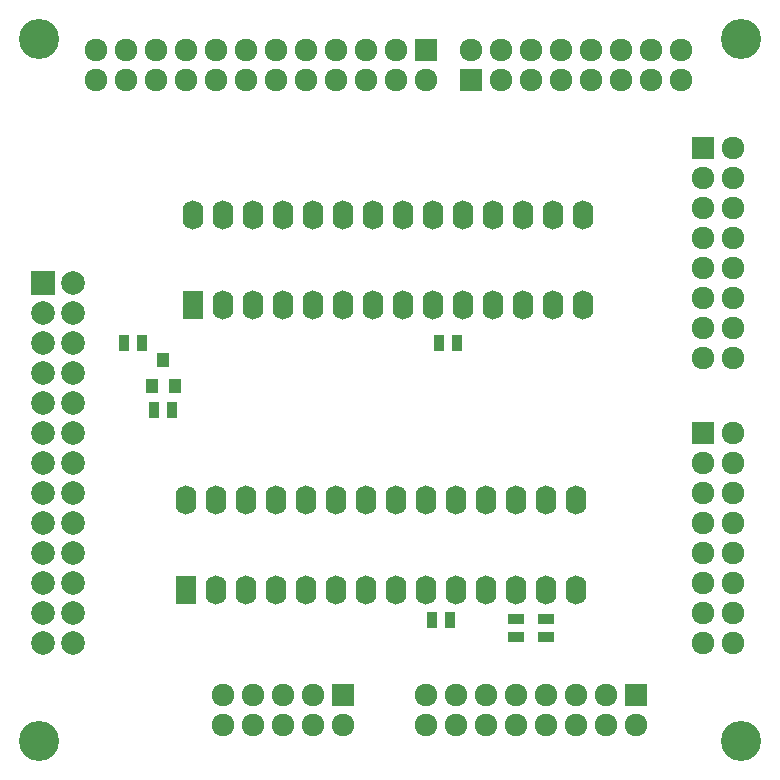
<source format=gts>
%FSLAX34Y34*%
G04 Gerber Fmt 3.4, Leading zero omitted, Abs format*
G04 (created by PCBNEW (2014-04-07 BZR 4791)-product) date ons  9 apr 2014 20:50:23*
%MOIN*%
G01*
G70*
G90*
G04 APERTURE LIST*
%ADD10C,0.003937*%
%ADD11R,0.075874X0.075874*%
%ADD12O,0.075874X0.075874*%
%ADD13C,0.133874*%
%ADD14R,0.052874X0.032874*%
%ADD15R,0.078740X0.078740*%
%ADD16C,0.078740*%
%ADD17O,0.069874X0.097874*%
%ADD18R,0.069874X0.097874*%
%ADD19R,0.032874X0.052874*%
%ADD20R,0.039374X0.047274*%
G04 APERTURE END LIST*
G54D10*
G54D11*
X46000Y-32000D03*
G54D12*
X46000Y-31000D03*
X47000Y-32000D03*
X47000Y-31000D03*
X48000Y-32000D03*
X48000Y-31000D03*
X49000Y-32000D03*
X49000Y-31000D03*
X50000Y-32000D03*
X50000Y-31000D03*
X51000Y-32000D03*
X51000Y-31000D03*
X52000Y-32000D03*
X52000Y-31000D03*
X53000Y-32000D03*
X53000Y-31000D03*
G54D11*
X53750Y-34250D03*
G54D12*
X54750Y-34250D03*
X53750Y-35250D03*
X54750Y-35250D03*
X53750Y-36250D03*
X54750Y-36250D03*
X53750Y-37250D03*
X54750Y-37250D03*
X53750Y-38250D03*
X54750Y-38250D03*
X53750Y-39250D03*
X54750Y-39250D03*
X53750Y-40250D03*
X54750Y-40250D03*
X53750Y-41250D03*
X54750Y-41250D03*
G54D11*
X53750Y-43750D03*
G54D12*
X54750Y-43750D03*
X53750Y-44750D03*
X54750Y-44750D03*
X53750Y-45750D03*
X54750Y-45750D03*
X53750Y-46750D03*
X54750Y-46750D03*
X53750Y-47750D03*
X54750Y-47750D03*
X53750Y-48750D03*
X54750Y-48750D03*
X53750Y-49750D03*
X54750Y-49750D03*
X53750Y-50750D03*
X54750Y-50750D03*
G54D11*
X51500Y-52500D03*
G54D12*
X51500Y-53500D03*
X50500Y-52500D03*
X50500Y-53500D03*
X49500Y-52500D03*
X49500Y-53500D03*
X48500Y-52500D03*
X48500Y-53500D03*
X47500Y-52500D03*
X47500Y-53500D03*
X46500Y-52500D03*
X46500Y-53500D03*
X45500Y-52500D03*
X45500Y-53500D03*
X44500Y-52500D03*
X44500Y-53500D03*
G54D11*
X44500Y-31000D03*
G54D12*
X44500Y-32000D03*
X43500Y-31000D03*
X43500Y-32000D03*
X42500Y-31000D03*
X42500Y-32000D03*
X41500Y-31000D03*
X41500Y-32000D03*
X40500Y-31000D03*
X40500Y-32000D03*
X39500Y-31000D03*
X39500Y-32000D03*
X38500Y-31000D03*
X38500Y-32000D03*
X37500Y-31000D03*
X37500Y-32000D03*
X36500Y-31000D03*
X36500Y-32000D03*
X35500Y-31000D03*
X35500Y-32000D03*
X34500Y-31000D03*
X34500Y-32000D03*
X33500Y-31000D03*
X33500Y-32000D03*
G54D13*
X31594Y-54035D03*
X55019Y-54035D03*
G54D11*
X41750Y-52500D03*
G54D12*
X41750Y-53500D03*
X40750Y-52500D03*
X40750Y-53500D03*
X39750Y-52500D03*
X39750Y-53500D03*
X38750Y-52500D03*
X38750Y-53500D03*
X37750Y-52500D03*
X37750Y-53500D03*
G54D13*
X31594Y-30610D03*
X55019Y-30610D03*
G54D14*
X48500Y-50550D03*
X48500Y-49950D03*
X47500Y-50550D03*
X47500Y-49950D03*
G54D15*
X31750Y-38750D03*
G54D16*
X32750Y-38750D03*
X31750Y-39750D03*
X32750Y-39750D03*
X31750Y-40750D03*
X32750Y-40750D03*
X31750Y-41750D03*
X32750Y-41750D03*
X31750Y-42750D03*
X32750Y-42750D03*
X31750Y-43750D03*
X32750Y-43750D03*
X31750Y-44750D03*
X32750Y-44750D03*
X31750Y-45750D03*
X32750Y-45750D03*
X31750Y-46750D03*
X32750Y-46750D03*
X31750Y-47750D03*
X32750Y-47750D03*
X31750Y-48750D03*
X32750Y-48750D03*
X31750Y-49750D03*
X32750Y-49750D03*
X31750Y-50750D03*
X32750Y-50750D03*
G54D17*
X37750Y-39500D03*
X38750Y-39500D03*
X39750Y-39500D03*
X40750Y-39500D03*
X41750Y-39500D03*
X42750Y-39500D03*
X43750Y-39500D03*
X44750Y-39500D03*
X45750Y-39500D03*
X46750Y-39500D03*
X47750Y-39500D03*
X48750Y-39500D03*
X49750Y-39500D03*
G54D18*
X36750Y-39500D03*
G54D17*
X49750Y-36500D03*
X48750Y-36500D03*
X47750Y-36500D03*
X46750Y-36500D03*
X45750Y-36500D03*
X44750Y-36500D03*
X43750Y-36500D03*
X42750Y-36500D03*
X41750Y-36500D03*
X40750Y-36500D03*
X39750Y-36500D03*
X38750Y-36500D03*
X37750Y-36500D03*
X36750Y-36500D03*
X37500Y-49000D03*
X38500Y-49000D03*
X39500Y-49000D03*
X40500Y-49000D03*
X41500Y-49000D03*
X42500Y-49000D03*
X43500Y-49000D03*
X44500Y-49000D03*
X45500Y-49000D03*
X46500Y-49000D03*
X47500Y-49000D03*
X48500Y-49000D03*
X49500Y-49000D03*
G54D18*
X36500Y-49000D03*
G54D17*
X49500Y-46000D03*
X48500Y-46000D03*
X47500Y-46000D03*
X46500Y-46000D03*
X45500Y-46000D03*
X44500Y-46000D03*
X43500Y-46000D03*
X42500Y-46000D03*
X41500Y-46000D03*
X40500Y-46000D03*
X39500Y-46000D03*
X38500Y-46000D03*
X37500Y-46000D03*
X36500Y-46000D03*
G54D19*
X35050Y-40750D03*
X34450Y-40750D03*
X44700Y-50000D03*
X45300Y-50000D03*
X44950Y-40750D03*
X45550Y-40750D03*
X36050Y-43000D03*
X35450Y-43000D03*
G54D20*
X35750Y-41317D03*
X36125Y-42183D03*
X35375Y-42183D03*
M02*

</source>
